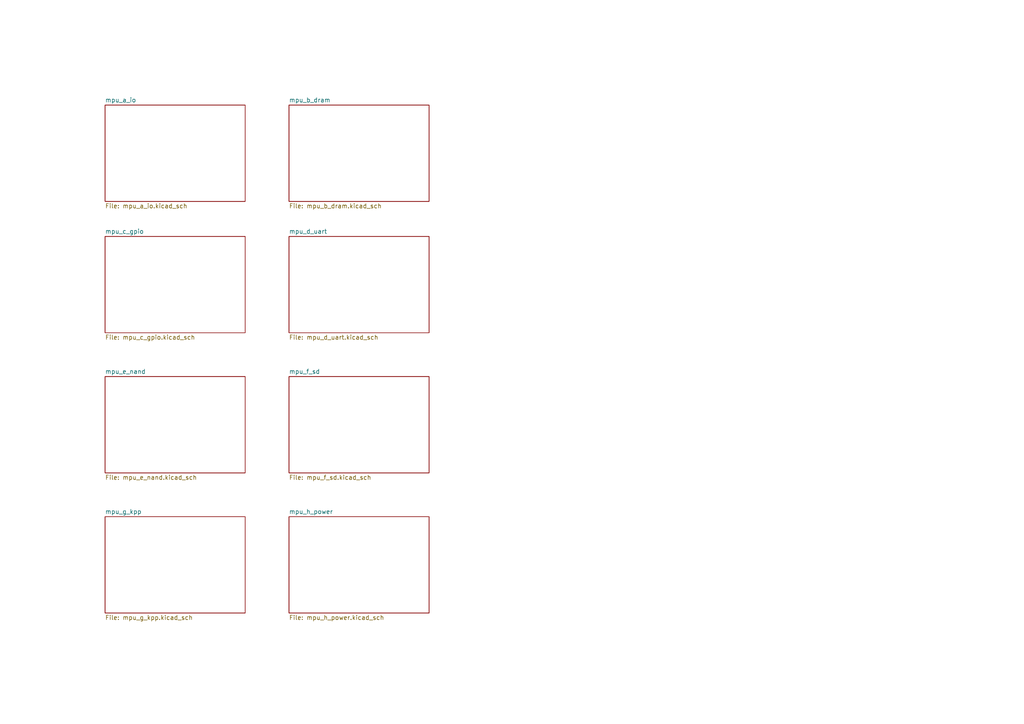
<source format=kicad_sch>
(kicad_sch (version 20211123) (generator eeschema)
  (paper "A4")
  (lib_symbols)
  (sheet (at 83.82 149.86) (size 40.64 27.94) (stroke (width 0.1524))
    (property "Sheet name" "mpu_h_power" (at 83.82 149.1484 0) (effects (justify left bottom)))
    (property "Sheet file" "mpu_h_power.kicad_sch" (at 83.82 178.3846 0) (effects (justify left top)))
  )
  (sheet (at 30.48 109.22) (size 40.64 27.94) (stroke (width 0.1524))
    (property "Sheet name" "mpu_e_nand" (at 30.48 108.5084 0) (effects (justify left bottom)))
    (property "Sheet file" "mpu_e_nand.kicad_sch" (at 30.48 137.7446 0) (effects (justify left top)))
  )
  (sheet (at 30.48 68.58) (size 40.64 27.94) (stroke (width 0.1524))
    (property "Sheet name" "mpu_c_gpio" (at 30.48 67.8684 0) (effects (justify left bottom)))
    (property "Sheet file" "mpu_c_gpio.kicad_sch" (at 30.48 97.1046 0) (effects (justify left top)))
  )
  (sheet (at 83.82 68.58) (size 40.64 27.94) (stroke (width 0.1524))
    (property "Sheet name" "mpu_d_uart" (at 83.82 67.8684 0) (effects (justify left bottom)))
    (property "Sheet file" "mpu_d_uart.kicad_sch" (at 83.82 97.1046 0) (effects (justify left top)))
  )
  (sheet (at 30.48 149.86) (size 40.64 27.94) (stroke (width 0.1524))
    (property "Sheet name" "mpu_g_kpp" (at 30.48 149.1484 0) (effects (justify left bottom)))
    (property "Sheet file" "mpu_g_kpp.kicad_sch" (at 30.48 178.3846 0) (effects (justify left top)))
  )
  (sheet (at 30.48 30.48) (size 40.64 27.94) (stroke (width 0.1524))
    (property "Sheet name" "mpu_a_io" (at 30.48 29.7684 0) (effects (justify left bottom)))
    (property "Sheet file" "mpu_a_io.kicad_sch" (at 30.48 59.0046 0) (effects (justify left top)))
  )
  (sheet (at 83.82 109.22) (size 40.64 27.94) (stroke (width 0.1524))
    (property "Sheet name" "mpu_f_sd" (at 83.82 108.5084 0) (effects (justify left bottom)))
    (property "Sheet file" "mpu_f_sd.kicad_sch" (at 83.82 137.7446 0) (effects (justify left top)))
  )
  (sheet (at 83.82 30.48) (size 40.64 27.94) (stroke (width 0.1524))
    (property "Sheet name" "mpu_b_dram" (at 83.82 29.7684 0) (effects (justify left bottom)))
    (property "Sheet file" "mpu_b_dram.kicad_sch" (at 83.82 59.0046 0) (effects (justify left top)))
  )
)
</source>
